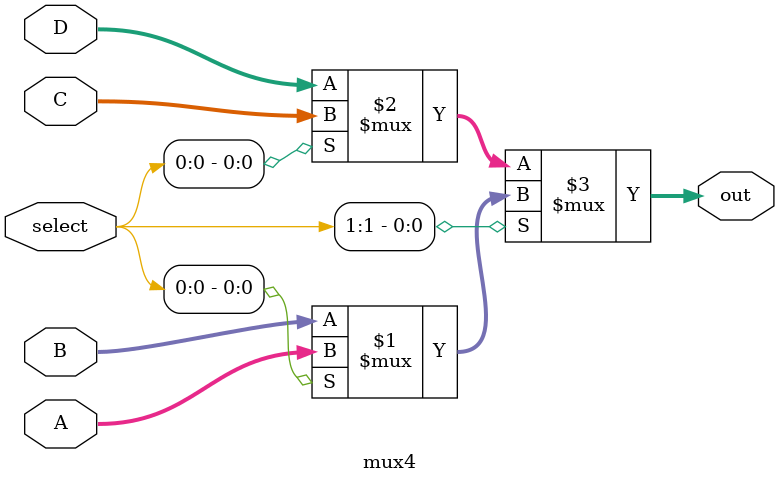
<source format=sv>
module mux4 (A, B, C, D, select, out);
	parameter N = 32;

	input logic		[N-1:0]	A, B, C, D;
	input logic		[1:0]	select;

	output logic	[N-1:0]	out;

	/*
		Select:
			11 - A
			10 - B
			01 - C
			00 - D
	*/
	assign out = select[1] ? (select[0] ? A : B) : (select[0] ? C : D);

endmodule

</source>
